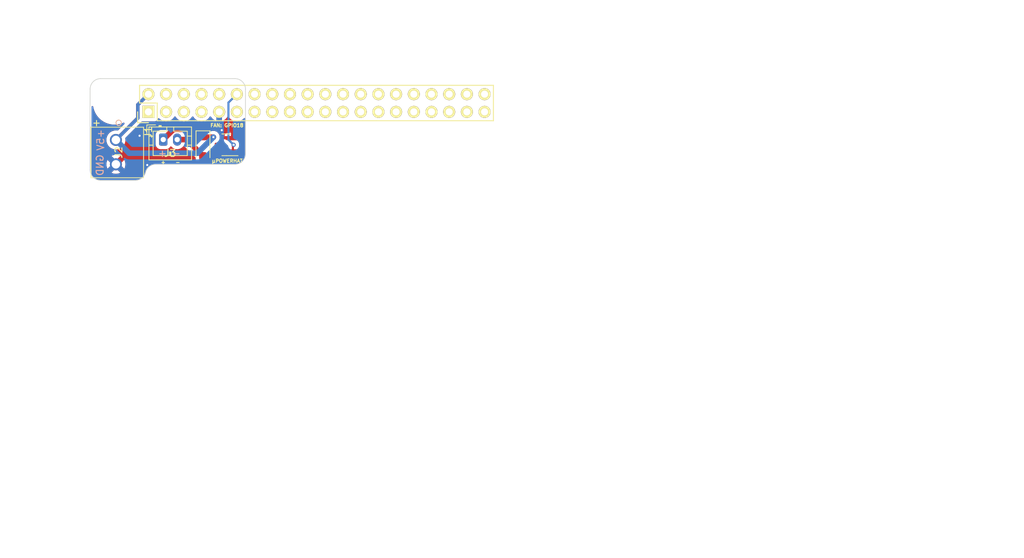
<source format=kicad_pcb>
(kicad_pcb (version 20221018) (generator pcbnew)
  (layers (0 "F.Cu" signal) (31 "B.Cu" signal) (34 "B.Paste" user) (35 "F.Paste" user) (36 "B.SilkS" user "B.Silkscreen") (37 "F.SilkS" user "F.Silkscreen") (38 "B.Mask" user) (39 "F.Mask" user) (44 "Edge.Cuts" user))
  (net 0 "")
  (net 3 "+5V")
  (net 5 "GND")
  (net 39 "/rpi-gpio-powerhat/GPIO18-")
  (net 40 "GPIO18")
  (footprint "RPi_Hat:RPi_Hat_Mounting_Hole" (layer "F.Cu") (at 61.5 4)
    (fp_text reference "" hide)
    (fp_text value "" hide)
    (pad "" np_thru_hole circle locked (at 0 0) (size 2.75 2.75) (drill 2.75) (layers "*.Cu" "*.Mask") (clearance 1.725))
  )
  (footprint "RPi_Hat:RPi_Hat_Mounting_Hole" (layer "F.Cu") (at 3.5 4)
    (fp_text reference "" hide)
    (fp_text value "" hide)
    (pad "" np_thru_hole circle locked (at 0 0) (size 2.75 2.75) (drill 2.75) (layers "*.Cu" "*.Mask") (clearance 1.725))
  )
  (footprint "RPi_Hat:RPi_Hat_Mounting_Hole" (layer "F.Cu") (at 3.5 53)
    (fp_text reference "" hide)
    (fp_text value "" hide)
    (pad "" np_thru_hole circle locked (at 0 0) (size 2.75 2.75) (drill 2.75) (layers "*.Cu" "*.Mask") (clearance 1.725))
  )
  (footprint "RPi_Hat:RPi_Hat_Mounting_Hole" (layer "F.Cu") (at 61.5 53)
    (fp_text reference "" hide)
    (fp_text value "" hide)
    (pad "" np_thru_hole circle locked (at 0 0) (size 2.75 2.75) (drill 2.75) (layers "*.Cu" "*.Mask") (clearance 1.725))
  )
  (footprint "rpi-powerhat:Pin_Header_Straight_2x20" (layer "F.Cu") (at 32.5 4 90)
    (fp_text reference "J1" (at -4.191 -24.13 270) (layer "F.SilkS"))
    (fp_text value "rpi-gpio-powerhat")
    (fp_line (start -2.82 -25.68) (end -2.82 -24.13) (stroke (width 0.15)) (layer "F.SilkS"))
    (fp_line (start -2.54 -22.86) (end -2.54 25.4) (stroke (width 0.15)) (layer "F.SilkS"))
    (fp_line (start -1.27 -25.68) (end -2.82 -25.68) (stroke (width 0.15)) (layer "F.SilkS"))
    (fp_line (start 0 -25.4) (end 0 -22.86) (stroke (width 0.15)) (layer "F.SilkS"))
    (fp_line (start 0 -22.86) (end -2.54 -22.86) (stroke (width 0.15)) (layer "F.SilkS"))
    (fp_line (start 2.54 -25.4) (end 0 -25.4) (stroke (width 0.15)) (layer "F.SilkS"))
    (fp_line (start 2.54 25.4) (end -2.54 25.4) (stroke (width 0.15)) (layer "F.SilkS"))
    (fp_line (start 2.54 25.4) (end 2.54 -25.4) (stroke (width 0.15)) (layer "F.SilkS"))
    (pad "1" thru_hole rect locked (at -1.27 -24.13 90) (size 1.7272 1.7272) (drill 1.016) (layers "*.Cu" "*.Mask" "F.SilkS"))
    (pad "2" thru_hole oval locked (at 1.27 -24.13 90) (size 1.7272 1.7272) (drill 1.016) (layers "*.Cu" "*.Mask" "F.SilkS") (net 3 "+5V"))
    (pad "3" thru_hole oval locked (at -1.27 -21.59 90) (size 1.7272 1.7272) (drill 1.016) (layers "*.Cu" "*.Mask" "F.SilkS"))
    (pad "4" thru_hole oval locked (at 1.27 -21.59 90) (size 1.7272 1.7272) (drill 1.016) (layers "*.Cu" "*.Mask" "F.SilkS"))
    (pad "5" thru_hole oval locked (at -1.27 -19.05 90) (size 1.7272 1.7272) (drill 1.016) (layers "*.Cu" "*.Mask" "F.SilkS"))
    (pad "6" thru_hole oval locked (at 1.27 -19.05 90) (size 1.7272 1.7272) (drill 1.016) (layers "*.Cu" "*.Mask" "F.SilkS"))
    (pad "7" thru_hole oval locked (at -1.27 -16.51 90) (size 1.7272 1.7272) (drill 1.016) (layers "*.Cu" "*.Mask" "F.SilkS"))
    (pad "8" thru_hole oval locked (at 1.27 -16.51 90) (size 1.7272 1.7272) (drill 1.016) (layers "*.Cu" "*.Mask" "F.SilkS"))
    (pad "9" thru_hole oval locked (at -1.27 -13.97 90) (size 1.7272 1.7272) (drill 1.016) (layers "*.Cu" "*.Mask" "F.SilkS") (net 5 "GND"))
    (pad "10" thru_hole oval locked (at 1.27 -13.97 90) (size 1.7272 1.7272) (drill 1.016) (layers "*.Cu" "*.Mask" "F.SilkS"))
    (pad "11" thru_hole oval locked (at -1.27 -11.43 90) (size 1.7272 1.7272) (drill 1.016) (layers "*.Cu" "*.Mask" "F.SilkS"))
    (pad "12" thru_hole oval locked (at 1.27 -11.43 90) (size 1.7272 1.7272) (drill 1.016) (layers "*.Cu" "*.Mask" "F.SilkS") (net 40 "GPIO18"))
    (pad "13" thru_hole oval locked (at -1.27 -8.89 90) (size 1.7272 1.7272) (drill 1.016) (layers "*.Cu" "*.Mask" "F.SilkS"))
    (pad "14" thru_hole oval locked (at 1.27 -8.89 90) (size 1.7272 1.7272) (drill 1.016) (layers "*.Cu" "*.Mask" "F.SilkS"))
    (pad "15" thru_hole oval locked (at -1.27 -6.35 90) (size 1.7272 1.7272) (drill 1.016) (layers "*.Cu" "*.Mask" "F.SilkS"))
    (pad "16" thru_hole oval locked (at 1.27 -6.35 90) (size 1.7272 1.7272) (drill 1.016) (layers "*.Cu" "*.Mask" "F.SilkS"))
    (pad "17" thru_hole oval locked (at -1.27 -3.81 90) (size 1.7272 1.7272) (drill 1.016) (layers "*.Cu" "*.Mask" "F.SilkS"))
    (pad "18" thru_hole oval locked (at 1.27 -3.81 90) (size 1.7272 1.7272) (drill 1.016) (layers "*.Cu" "*.Mask" "F.SilkS"))
    (pad "19" thru_hole oval locked (at -1.27 -1.27 90) (size 1.7272 1.7272) (drill 1.016) (layers "*.Cu" "*.Mask" "F.SilkS"))
    (pad "20" thru_hole oval locked (at 1.27 -1.27 90) (size 1.7272 1.7272) (drill 1.016) (layers "*.Cu" "*.Mask" "F.SilkS"))
    (pad "21" thru_hole oval locked (at -1.27 1.27 90) (size 1.7272 1.7272) (drill 1.016) (layers "*.Cu" "*.Mask" "F.SilkS"))
    (pad "22" thru_hole oval locked (at 1.27 1.27 90) (size 1.7272 1.7272) (drill 1.016) (layers "*.Cu" "*.Mask" "F.SilkS"))
    (pad "23" thru_hole oval locked (at -1.27 3.81 90) (size 1.7272 1.7272) (drill 1.016) (layers "*.Cu" "*.Mask" "F.SilkS"))
    (pad "24" thru_hole oval locked (at 1.27 3.81 90) (size 1.7272 1.7272) (drill 1.016) (layers "*.Cu" "*.Mask" "F.SilkS"))
    (pad "25" thru_hole oval locked (at -1.27 6.35 90) (size 1.7272 1.7272) (drill 1.016) (layers "*.Cu" "*.Mask" "F.SilkS"))
    (pad "26" thru_hole oval locked (at 1.27 6.35 90) (size 1.7272 1.7272) (drill 1.016) (layers "*.Cu" "*.Mask" "F.SilkS"))
    (pad "27" thru_hole oval locked (at -1.27 8.89 90) (size 1.7272 1.7272) (drill 1.016) (layers "*.Cu" "*.Mask" "F.SilkS"))
    (pad "28" thru_hole oval locked (at 1.27 8.89 90) (size 1.7272 1.7272) (drill 1.016) (layers "*.Cu" "*.Mask" "F.SilkS"))
    (pad "29" thru_hole oval locked (at -1.27 11.43 90) (size 1.7272 1.7272) (drill 1.016) (layers "*.Cu" "*.Mask" "F.SilkS"))
    (pad "30" thru_hole oval locked (at 1.27 11.43 90) (size 1.7272 1.7272) (drill 1.016) (layers "*.Cu" "*.Mask" "F.SilkS"))
    (pad "31" thru_hole oval locked (at -1.27 13.97 90) (size 1.7272 1.7272) (drill 1.016) (layers "*.Cu" "*.Mask" "F.SilkS"))
    (pad "32" thru_hole oval locked (at 1.27 13.97 90) (size 1.7272 1.7272) (drill 1.016) (layers "*.Cu" "*.Mask" "F.SilkS"))
    (pad "33" thru_hole oval locked (at -1.27 16.51 90) (size 1.7272 1.7272) (drill 1.016) (layers "*.Cu" "*.Mask" "F.SilkS"))
    (pad "34" thru_hole oval locked (at 1.27 16.51 90) (size 1.7272 1.7272) (drill 1.016) (layers "*.Cu" "*.Mask" "F.SilkS"))
    (pad "35" thru_hole oval locked (at -1.27 19.05 90) (size 1.7272 1.7272) (drill 1.016) (layers "*.Cu" "*.Mask" "F.SilkS"))
    (pad "36" thru_hole oval locked (at 1.27 19.05 90) (size 1.7272 1.7272) (drill 1.016) (layers "*.Cu" "*.Mask" "F.SilkS"))
    (pad "37" thru_hole oval locked (at -1.27 21.59 90) (size 1.7272 1.7272) (drill 1.016) (layers "*.Cu" "*.Mask" "F.SilkS"))
    (pad "38" thru_hole oval locked (at 1.27 21.59 90) (size 1.7272 1.7272) (drill 1.016) (layers "*.Cu" "*.Mask" "F.SilkS"))
    (pad "39" thru_hole oval locked (at -1.27 24.13 90) (size 1.7272 1.7272) (drill 1.016) (layers "*.Cu" "*.Mask" "F.SilkS"))
    (pad "40" thru_hole oval locked (at 1.27 24.13 90) (size 1.7272 1.7272) (drill 1.016) (layers "*.Cu" "*.Mask" "F.SilkS"))
  )
  (footprint "Package_TO_SOT_SMD:SOT-23" (layer "F.Cu") (at 19.5625 10 180)
    (fp_text reference "Q2" hide)
    (fp_text value "AO3402")
    (fp_line (start 0 -1.56) (end -1.675 -1.56) (stroke (width 0.12)) (layer "F.SilkS"))
    (fp_line (start 0 -1.56) (end 0.65 -1.56) (stroke (width 0.12)) (layer "F.SilkS"))
    (fp_line (start 0 1.56) (end -0.65 1.56) (stroke (width 0.12)) (layer "F.SilkS"))
    (fp_line (start 0 1.56) (end 0.65 1.56) (stroke (width 0.12)) (layer "F.SilkS"))
    (pad "1" smd roundrect (at -0.9375 -0.95 180) (size 1.475 0.6) (layers "F.Cu" "F.Paste" "F.Mask") (net 40 "GPIO18"))
    (pad "2" smd roundrect (at -0.9375 0.95 180) (size 1.475 0.6) (layers "F.Cu" "F.Paste" "F.Mask") (net 5 "GND"))
    (pad "3" smd roundrect (at 0.9375 0 180) (size 1.475 0.6) (layers "F.Cu" "F.Paste" "F.Mask") (net 39 "/rpi-gpio-powerhat/GPIO18-"))
  )
  (footprint "rpi-powerhat:1546551-2" (layer "F.Cu") (at 3.7 9.3 -90)
    (fp_text reference "J2" (at 1.800002 -0.4 90) (layer "F.SilkS"))
    (fp_text value "+5V" (at 0 2.2 -270) (layer "B.SilkS") (effects (justify mirror)))
    (fp_text user "*" (at 0 0 90) (layer "F.SilkS"))
    (fp_circle (center -2.461998 -0.4) (end -2.080998 -0.4) (stroke (width 0.12)) (fill none) (layer "B.SilkS"))
    (fp_line (start -1.826999 -3.977001) (end -1.826999 3.577) (stroke (width 0.12)) (layer "F.SilkS"))
    (fp_line (start -1.826999 3.577) (end 5.427002 3.577) (stroke (width 0.12)) (layer "F.SilkS"))
    (fp_line (start 5.427002 -3.977001) (end -1.826999 -3.977001) (stroke (width 0.12)) (layer "F.SilkS"))
    (fp_line (start 5.427002 3.577) (end 5.427002 -3.977001) (stroke (width 0.12)) (layer "F.SilkS"))
    (fp_circle (center -2.461998 -0.4) (end -2.080998 -0.4) (stroke (width 0.12)) (fill none) (layer "F.SilkS"))
    (pad "1" thru_hole circle (at 0 0 270) (size 1.7272 1.7272) (drill 1.2192) (layers "*.Cu" "*.Mask") (net 3 "+5V"))
    (pad "2" thru_hole circle (at 3.500003 0 270) (size 1.7272 1.7272) (drill 1.2192) (layers "*.Cu" "*.Mask") (net 5 "GND"))
  )
  (footprint "Diode_SMD:D_SOD-123F" (layer "F.Cu") (at 16.2 10.2 -90)
    (fp_text reference "D1" hide)
    (fp_text value "D")
    (fp_line (start -2.21 -1) (end -2.21 1) (stroke (width 0.12)) (layer "F.SilkS"))
    (fp_line (start -2.21 -1) (end 1.65 -1) (stroke (width 0.12)) (layer "F.SilkS"))
    (fp_line (start -2.21 1) (end 1.65 1) (stroke (width 0.12)) (layer "F.SilkS"))
    (pad "1" smd roundrect (at -1.4 0 270) (size 1.1 1.1) (layers "F.Cu" "F.Paste" "F.Mask") (roundrect_rratio 0.2272727273) (net 3 "+5V"))
    (pad "2" smd roundrect (at 1.4 0 270) (size 1.1 1.1) (layers "F.Cu" "F.Paste" "F.Mask") (roundrect_rratio 0.2272727273) (net 39 "/rpi-gpio-powerhat/GPIO18-"))
  )
  (footprint "Connector_JST:JST_PH_B2B-PH-K_1x02_P2.00mm_Vertical" (layer "F.Cu") (at 10.5 9.25)
    (fp_text reference "J3" (at 1 1.95) (layer "F.SilkS"))
    (fp_text value "FAN")
    (fp_line (start -2.36 -2.11) (end -2.36 -0.86) (stroke (width 0.12)) (layer "F.SilkS"))
    (fp_line (start -2.06 -1.81) (end -2.06 2.91) (stroke (width 0.12)) (layer "F.SilkS"))
    (fp_line (start -2.06 -0.5) (end -1.45 -0.5) (stroke (width 0.12)) (layer "F.SilkS"))
    (fp_line (start -2.06 0.8) (end -1.45 0.8) (stroke (width 0.12)) (layer "F.SilkS"))
    (fp_line (start -2.06 2.91) (end 4.06 2.91) (stroke (width 0.12)) (layer "F.SilkS"))
    (fp_line (start -1.45 -1.2) (end -1.45 2.3) (stroke (width 0.12)) (layer "F.SilkS"))
    (fp_line (start -1.45 2.3) (end 3.45 2.3) (stroke (width 0.12)) (layer "F.SilkS"))
    (fp_line (start -1.11 -2.11) (end -2.36 -2.11) (stroke (width 0.12)) (layer "F.SilkS"))
    (fp_line (start -0.6 -2.01) (end -0.6 -1.81) (stroke (width 0.12)) (layer "F.SilkS"))
    (fp_line (start -0.3 -2.01) (end -0.6 -2.01) (stroke (width 0.12)) (layer "F.SilkS"))
    (fp_line (start -0.3 -1.91) (end -0.6 -1.91) (stroke (width 0.12)) (layer "F.SilkS"))
    (fp_line (start -0.3 -1.81) (end -0.3 -2.01) (stroke (width 0.12)) (layer "F.SilkS"))
    (fp_line (start 0.5 -1.81) (end 0.5 -1.2) (stroke (width 0.12)) (layer "F.SilkS"))
    (fp_line (start 0.5 -1.2) (end -1.45 -1.2) (stroke (width 0.12)) (layer "F.SilkS"))
    (fp_line (start 0.9 1.8) (end 1.1 1.8) (stroke (width 0.12)) (layer "F.SilkS"))
    (fp_line (start 0.9 2.3) (end 0.9 1.8) (stroke (width 0.12)) (layer "F.SilkS"))
    (fp_line (start 1 2.3) (end 1 1.8) (stroke (width 0.12)) (layer "F.SilkS"))
    (fp_line (start 1.1 1.8) (end 1.1 2.3) (stroke (width 0.12)) (layer "F.SilkS"))
    (fp_line (start 1.5 -1.2) (end 1.5 -1.81) (stroke (width 0.12)) (layer "F.SilkS"))
    (fp_line (start 3.45 -1.2) (end 1.5 -1.2) (stroke (width 0.12)) (layer "F.SilkS"))
    (fp_line (start 3.45 2.3) (end 3.45 -1.2) (stroke (width 0.12)) (layer "F.SilkS"))
    (fp_line (start 4.06 -1.81) (end -2.06 -1.81) (stroke (width 0.12)) (layer "F.SilkS"))
    (fp_line (start 4.06 -0.5) (end 3.45 -0.5) (stroke (width 0.12)) (layer "F.SilkS"))
    (fp_line (start 4.06 0.8) (end 3.45 0.8) (stroke (width 0.12)) (layer "F.SilkS"))
    (fp_line (start 4.06 2.91) (end 4.06 -1.81) (stroke (width 0.12)) (layer "F.SilkS"))
    (pad "1" thru_hole roundrect (at 0 0) (size 1.2 1.75) (drill 0.75) (layers "*.Cu" "*.Mask") (roundrect_rratio 0.208333) (net 3 "+5V"))
    (pad "2" thru_hole oval (at 2 0) (size 1.2 1.75) (drill 0.75) (layers "*.Cu" "*.Mask") (net 39 "/rpi-gpio-powerhat/GPIO18-"))
  )
  (gr_arc (start 1.5 15.1) (mid 0.43934 14.66066) (end 0 13.6) (stroke (width 0.1)) (layer "Edge.Cuts"))
  (gr_arc (start 20.8 0.5) (mid 21.86066 0.93934) (end 22.3 2) (stroke (width 0.1)) (layer "Edge.Cuts"))
  (gr_arc (start 7.958595 13.95) (mid 8.488482 13.122078) (end 9.41719 12.8) (stroke (width 0.1)) (layer "Edge.Cuts"))
  (gr_line (start 9.41719 12.8) (end 20.8 12.8) (stroke (width 0.1)) (layer "Edge.Cuts"))
  (gr_arc (start 0 2) (mid 0.43934 0.93934) (end 1.5 0.5) (stroke (width 0.1)) (layer "Edge.Cuts"))
  (gr_line (start 22.3 11.3) (end 22.3 2) (stroke (width 0.1)) (layer "Edge.Cuts"))
  (gr_arc (start 22.3 11.3) (mid 21.86066 12.36066) (end 20.8 12.8) (stroke (width 0.1)) (layer "Edge.Cuts"))
  (gr_line (start 0 2) (end 0 13.6) (stroke (width 0.1)) (layer "Edge.Cuts"))
  (gr_arc (start 7.958595 13.95) (mid 7.428709 14.777922) (end 6.5 15.1) (stroke (width 0.1)) (layer "Edge.Cuts"))
  (gr_line (start 20.8 0.5) (end 1.5 0.5) (stroke (width 0.1)) (layer "Edge.Cuts"))
  (gr_line (start 1.5 15.1) (end 6.5 15.1) (stroke (width 0.1)) (layer "Edge.Cuts"))
  (gr_text "+" (at 11.1 11.8) (layer "B.SilkS") (effects (font (size 1 1)) (justify left bottom mirror)))
  (gr_text "-" (at 13.1 11.8) (layer "B.SilkS") (effects (font (size 1 1)) (justify left bottom mirror)))
  (gr_text "GND" (at 2 11.3 90) (layer "B.SilkS") (effects (font (size 1 1)) (justify left bottom mirror)))
  (gr_text "+" (at 0.2 7.4) (layer "F.SilkS") (effects (font (size 1 1)) (justify left bottom)))
  (gr_text "FAN: GPIO18" (at 17.2 7.5) (layer "F.SilkS") (effects (font (size 0.5 0.5) (thickness 0.125)) (justify left bottom)))
  (gr_text "+" (at 10.1 12.8) (layer "F.SilkS") (effects (font (size 0.5 0.5) (thickness 0.125)) (justify left bottom)))
  (gr_text "µPOWERHAT" (at 17.4 12.6) (layer "F.SilkS") (effects (font (size 0.5 0.5) (thickness 0.125)) (justify left bottom)))
  (gr_text "-" (at 12.2 12.8) (layer "F.SilkS") (effects (font (size 0.5 0.5) (thickness 0.125)) (justify left bottom)))
  (segment (start 17.7 8.9) (end 16.3 8.9) (width 0.8) (layer "F.Cu") (net 3))
  (segment (start 16.3 8.9) (end 16.2 8.8) (width 0.8) (layer "F.Cu") (net 3))
  (segment (start 11.975 7.775) (end 10.5 9.25) (width 0.8) (layer "F.Cu") (net 3))
  (segment (start 6.85 6.15) (end 3.7 9.3) (width 0.5) (layer "F.Cu") (net 3))
  (segment (start 6.85 4.25) (end 6.85 6.15) (width 0.5) (layer "F.Cu") (net 3))
  (segment (start 15.175 7.775) (end 11.975 7.775) (width 0.8) (layer "F.Cu") (net 3))
  (segment (start 16.2 8.8) (end 15.175 7.775) (width 0.8) (layer "F.Cu") (net 3))
  (segment (start 8.37 2.73) (end 6.85 4.25) (width 0.5) (layer "F.Cu") (net 3))
  (via (at 17.7 8.9) (size 0.6) (drill 0.3) (layers "F.Cu" "B.Cu") (net 3))
  (segment (start 17.7 8.9) (end 15.4 11.2) (width 0.8) (layer "B.Cu") (net 3))
  (segment (start 15.4 11.2) (end 5.6 11.2) (width 0.8) (layer "B.Cu") (net 3))
  (segment (start 3.7 9.3) (end 6.85 6.15) (width 0.5) (layer "B.Cu") (net 3))
  (segment (start 6.85 6.15) (end 6.85 4.25) (width 0.5) (layer "B.Cu") (net 3))
  (segment (start 6.85 4.25) (end 8.37 2.73) (width 0.5) (layer "B.Cu") (net 3))
  (segment (start 5.6 11.2) (end 3.7 9.3) (width 0.8) (layer "B.Cu") (net 3))
  (via (at 7.1 8.7) (size 0.6) (drill 0.3) (layers "F.Cu" "B.Cu") (net 5))
  (via (at 8.2 12.9) (size 0.6) (drill 0.3) (layers "F.Cu" "B.Cu") (net 5))
  (via (at 18.9 7.9) (size 0.6) (drill 0.3) (layers "F.Cu" "B.Cu") (net 5))
  (segment (start 18.6 10) (end 17 11.6) (width 0.8) (layer "F.Cu") (net 39))
  (segment (start 13.85 9.25) (end 12.714214 9.25) (width 0.8) (layer "F.Cu") (net 39))
  (segment (start 12.714214 9.25) (end 12.607107 9.357107) (width 0.8) (layer "F.Cu") (net 39))
  (segment (start 17 11.6) (end 16.2 11.6) (width 0.8) (layer "F.Cu") (net 39))
  (segment (start 16.2 11.6) (end 13.85 9.25) (width 0.8) (layer "F.Cu") (net 39))
  (segment (start 18.625 10) (end 18.6 10) (width 0.8) (layer "F.Cu") (net 39))
  (segment (start 20.5 10.1) (end 20.6 10) (width 0.3) (layer "F.Cu") (net 40))
  (segment (start 20.5 10.95) (end 20.5 10.1) (width 0.3) (layer "F.Cu") (net 40))
  (via (at 20.6 10) (size 0.6) (drill 0.3) (layers "F.Cu" "B.Cu") (net 40))
  (segment (start 19.8564 3.9436) (end 21.07 2.73) (width 0.3) (layer "B.Cu") (net 40))
  (segment (start 19.8564 9.2564) (end 19.8564 3.9436) (width 0.3) (layer "B.Cu") (net 40))
  (segment (start 20.6 10) (end 19.8564 9.2564) (width 0.3) (layer "B.Cu") (net 40))
  (zone (net 5) (net_name "GND") (layers "F&B.Cu") (connect_pads (clearance 0.5)) (min_thickness 0.25) (fill yes (thermal_gap 0.5) (thermal_bridge_width 0.8))
    (polygon (pts (xy 0.2 0) (xy 0.2 20.1) (xy 23.1 20.1) (xy 23.3 19.9) (xy 23.3 0.3) (xy 23 0)))
  )
)
</source>
